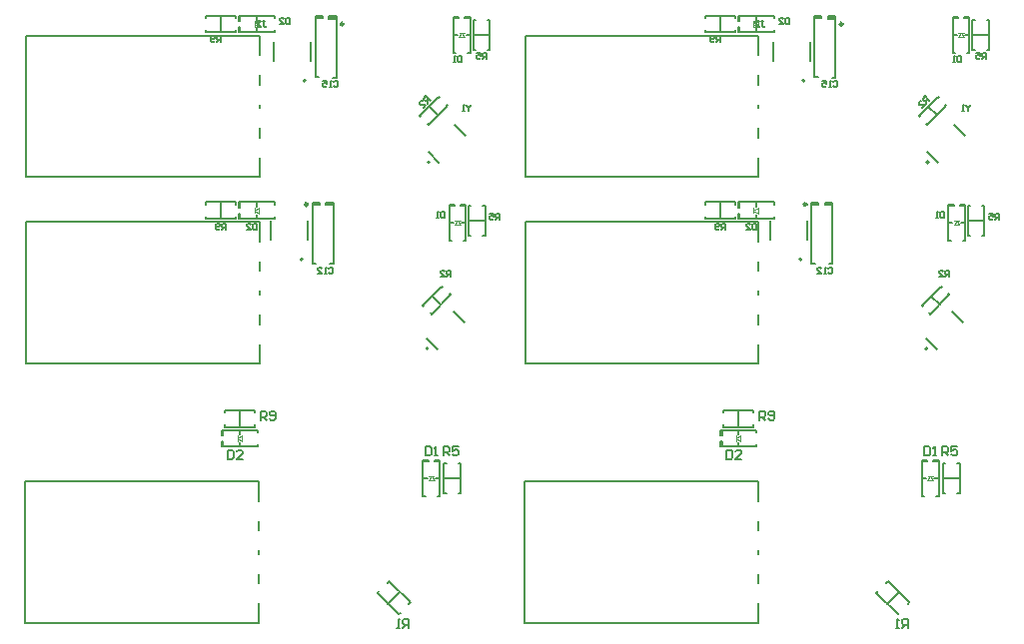
<source format=gbo>
G04*
G04 #@! TF.GenerationSoftware,Altium Limited,Altium Designer,22.10.1 (41)*
G04*
G04 Layer_Color=32896*
%FSTAX24Y24*%
%MOIN*%
G70*
G04*
G04 #@! TF.SameCoordinates,68DEA821-BA8F-46B5-960C-AC53CEFB18E0*
G04*
G04*
G04 #@! TF.FilePolarity,Positive*
G04*
G01*
G75*
%ADD74C,0.0079*%
%ADD75C,0.0098*%
%ADD77C,0.0059*%
%ADD78C,0.0050*%
%ADD79C,0.0060*%
%ADD80R,0.0236X0.0059*%
%ADD81R,0.0236X0.0059*%
%ADD82R,0.0236X0.0059*%
%ADD83R,0.0236X0.0059*%
%ADD84C,0.0039*%
D74*
X007343Y025156D02*
G03*
X007343Y025156I-000039J0D01*
G01*
X011487Y022428D02*
G03*
X011487Y022428I-000039J0D01*
G01*
X007666Y027231D02*
X007902D01*
Y02731D01*
X007666Y025263D02*
X007784D01*
X007666Y02731D02*
X007902D01*
X007666Y025263D02*
Y02731D01*
X008128Y027225D02*
X008364D01*
X008128D02*
Y027304D01*
X008246Y025256D02*
X008364D01*
X008128Y027304D02*
X008364D01*
Y025256D02*
Y027304D01*
X023997Y025156D02*
G03*
X023997Y025156I-000039J0D01*
G01*
X02814Y022428D02*
G03*
X02814Y022428I-000039J0D01*
G01*
X02432Y027231D02*
X024556D01*
Y02731D01*
X02432Y025263D02*
X024438D01*
X02432Y02731D02*
X024556D01*
X02432Y025263D02*
Y02731D01*
X024782Y027225D02*
X025018D01*
X024782D02*
Y027304D01*
X0249Y025256D02*
X025018D01*
X024782Y027304D02*
X025018D01*
Y025256D02*
Y027304D01*
X011437Y016208D02*
G03*
X011437Y016208I-000039J0D01*
G01*
X007243Y019186D02*
G03*
X007243Y019186I-000039J0D01*
G01*
X007566Y021011D02*
X007802D01*
Y02109D01*
X007566Y019042D02*
X007684D01*
X007566Y02109D02*
X007802D01*
X007566Y019042D02*
Y02109D01*
X008028Y021004D02*
X008264D01*
X008028D02*
Y021083D01*
X008146Y019036D02*
X008264D01*
X008028Y021083D02*
X008264D01*
Y019036D02*
Y021083D01*
X02809Y016208D02*
G03*
X02809Y016208I-000039J0D01*
G01*
X023897Y019186D02*
G03*
X023897Y019186I-000039J0D01*
G01*
X02422Y021011D02*
X024456D01*
Y02109D01*
X02422Y019042D02*
X024338D01*
X02422Y02109D02*
X024456D01*
X02422Y019042D02*
Y02109D01*
X024682Y021004D02*
X024918D01*
X024682D02*
Y021083D01*
X0248Y019036D02*
X024918D01*
X024682Y021083D02*
X024918D01*
Y019036D02*
Y021083D01*
D75*
X008609Y027041D02*
G03*
X008609Y027041I-000049J0D01*
G01*
X025263D02*
G03*
X025263Y027041I-000049J0D01*
G01*
X007409Y02102D02*
G03*
X007409Y02102I-000049J0D01*
G01*
X024063D02*
G03*
X024063Y02102I-000049J0D01*
G01*
D77*
X027099Y007339D02*
X027153Y007392D01*
X026392Y008046D02*
X027099Y007339D01*
X026392Y008046D02*
X026446Y008099D01*
X026728Y008382D02*
X026782Y008435D01*
X027489Y007728D01*
X027436Y007675D02*
X027489Y007728D01*
X026746Y007692D02*
X027135Y008082D01*
X021791Y013589D02*
Y01414D01*
X021291Y013589D02*
Y013665D01*
Y013589D02*
X022291D01*
Y013665D01*
Y014065D02*
Y01414D01*
X021291D02*
X022291D01*
X021291Y014065D02*
Y01414D01*
X021791Y013353D02*
Y01349D01*
Y012939D02*
Y013077D01*
X022391Y012939D02*
Y013015D01*
X0212Y012939D02*
X022391D01*
X021241D02*
Y013115D01*
Y013315D02*
Y01349D01*
X0212D02*
X022391Y01349D01*
Y013415D02*
Y01349D01*
X021191Y012939D02*
X021241Y012939D01*
X021191Y012939D02*
X021191Y013115D01*
X021241D01*
X021191Y01349D02*
X021241Y01349D01*
X021191Y013315D02*
Y01349D01*
Y013315D02*
X021241D01*
X028615Y011887D02*
X029166D01*
X028615Y012387D02*
X028691D01*
X028615Y011387D02*
Y012387D01*
Y011387D02*
X028691D01*
X029091D02*
X029166D01*
Y012387D01*
X029091D02*
X029166D01*
X028328Y011887D02*
X028466D01*
X027915D02*
X028053D01*
X027915Y011287D02*
X027991D01*
X027915D02*
Y012478D01*
Y012437D02*
X028091D01*
X028291D02*
X028466D01*
Y011287D02*
Y012478D01*
X028391Y011287D02*
X028466D01*
X027915Y012437D02*
Y012487D01*
X028091D01*
Y012437D02*
Y012487D01*
X028466Y012437D02*
Y012487D01*
X028291D02*
X028466D01*
X028291Y012437D02*
Y012487D01*
X022438Y011127D02*
Y011777D01*
Y010143D02*
Y010458D01*
Y009356D02*
Y009474D01*
Y008372D02*
Y008687D01*
Y007053D02*
Y007702D01*
X014643Y007053D02*
X022438Y007053D01*
X014643Y011777D02*
X022438D01*
X014643Y007053D02*
X014643Y011777D01*
X010446Y007339D02*
X010499Y007392D01*
X009739Y008046D02*
X010446Y007339D01*
X009739Y008046D02*
X009792Y008099D01*
X010075Y008382D02*
X010128Y008435D01*
X010835Y007728D01*
X010782Y007675D02*
X010835Y007728D01*
X010092Y007692D02*
X010482Y008082D01*
X005137Y013589D02*
Y01414D01*
X004637Y013589D02*
Y013665D01*
Y013589D02*
X005637D01*
Y013665D01*
Y014065D02*
Y01414D01*
X004637D02*
X005637D01*
X004637Y014065D02*
Y01414D01*
X005137Y013353D02*
Y01349D01*
Y012939D02*
Y013077D01*
X005737Y012939D02*
Y013015D01*
X004546Y012939D02*
X005737D01*
X004587D02*
Y013115D01*
Y013315D02*
Y01349D01*
X004546D02*
X005737Y01349D01*
Y013415D02*
Y01349D01*
X004537Y012939D02*
X004587Y012939D01*
X004537Y012939D02*
X004537Y013115D01*
X004587D01*
X004537Y01349D02*
X004587Y01349D01*
X004537Y013315D02*
Y01349D01*
Y013315D02*
X004587D01*
X011961Y011887D02*
X012513D01*
X011961Y012387D02*
X012037D01*
X011961Y011387D02*
Y012387D01*
Y011387D02*
X012037D01*
X012437D02*
X012513D01*
Y012387D01*
X012437D02*
X012513D01*
X011675Y011887D02*
X011813D01*
X011261D02*
X011399D01*
X011261Y011287D02*
X011337D01*
X011261D02*
Y012478D01*
Y012437D02*
X011437D01*
X011637D02*
X011813D01*
Y011287D02*
Y012478D01*
X011737Y011287D02*
X011813D01*
X011261Y012437D02*
Y012487D01*
X011437D01*
Y012437D02*
Y012487D01*
X011813Y012437D02*
Y012487D01*
X011637D02*
X011813D01*
X011637Y012437D02*
Y012487D01*
X005785Y011127D02*
Y011777D01*
Y010143D02*
Y010458D01*
Y009356D02*
Y009474D01*
Y008372D02*
Y008687D01*
Y007053D02*
Y007702D01*
X-002011Y007053D02*
X005785Y007053D01*
X-002011Y011777D02*
X005785D01*
X-002011Y007053D02*
X-002011Y011777D01*
X01266Y027241D02*
Y027291D01*
X012836D01*
Y027241D02*
Y027291D01*
X01246Y027241D02*
Y027291D01*
X012284D02*
X01246D01*
X012284Y027241D02*
Y027291D01*
X01276Y026091D02*
X012836D01*
Y027281D01*
X01266Y027241D02*
X012836D01*
X012284D02*
X01246D01*
X012284Y026091D02*
Y027281D01*
Y026091D02*
X01236D01*
X012284Y026691D02*
X012422D01*
X012698D02*
X012836D01*
X012034Y024353D02*
X01207Y024317D01*
X011433Y023681D02*
X01207Y024317D01*
X011398Y023716D02*
X011433Y023681D01*
X01115Y023964D02*
X011186Y023928D01*
X01115Y023964D02*
X011787Y0246D01*
X011822Y024565D01*
X011468Y024282D02*
X011751Y023999D01*
X00451Y026765D02*
Y027316D01*
X00501Y027241D02*
Y027316D01*
X00401D02*
X00501D01*
X00401Y027241D02*
Y027316D01*
Y026765D02*
Y026841D01*
Y026765D02*
X00501D01*
Y026841D01*
X00571Y027178D02*
Y027316D01*
Y026765D02*
Y026903D01*
X00631Y026765D02*
Y026841D01*
X005119Y026765D02*
X00631D01*
X00516D02*
Y026941D01*
Y027141D02*
Y027316D01*
X005119D02*
X00631D01*
Y027241D02*
Y027316D01*
X00511Y026765D02*
X00516D01*
X00511D02*
Y026941D01*
X00516D01*
X00511Y027316D02*
X00516D01*
X00511Y027141D02*
Y027316D01*
Y027141D02*
X00516D01*
X012934Y026691D02*
X013486D01*
X012934Y027191D02*
X01301D01*
X012934Y026191D02*
Y027191D01*
Y026191D02*
X01301D01*
X01341D02*
X013486D01*
Y027191D01*
X01341D02*
X013486D01*
X005808Y026003D02*
Y026653D01*
Y025019D02*
Y025334D01*
Y024231D02*
Y02435D01*
Y023247D02*
Y023562D01*
Y021928D02*
Y022578D01*
X-001988Y021928D02*
X005808Y021928D01*
X-001988Y026653D02*
X005808D01*
X-001988Y021928D02*
X-001988Y026653D01*
X029313Y027241D02*
Y027291D01*
X029489D01*
Y027241D02*
Y027291D01*
X029113Y027241D02*
Y027291D01*
X028938D02*
X029113D01*
X028938Y027241D02*
Y027291D01*
X029413Y026091D02*
X029489D01*
Y027281D01*
X029313Y027241D02*
X029489D01*
X028938D02*
X029113D01*
X028938Y026091D02*
Y027281D01*
Y026091D02*
X029013D01*
X028938Y026691D02*
X029076D01*
X029351D02*
X029489D01*
X028688Y024353D02*
X028723Y024317D01*
X028087Y023681D02*
X028723Y024317D01*
X028051Y023716D02*
X028087Y023681D01*
X027804Y023964D02*
X027839Y023928D01*
X027804Y023964D02*
X02844Y0246D01*
X028476Y024565D01*
X028122Y024282D02*
X028405Y023999D01*
X021163Y026765D02*
Y027316D01*
X021663Y027241D02*
Y027316D01*
X020663D02*
X021663D01*
X020663Y027241D02*
Y027316D01*
Y026765D02*
Y026841D01*
Y026765D02*
X021663D01*
Y026841D01*
X022363Y027178D02*
Y027316D01*
Y026765D02*
Y026903D01*
X022963Y026765D02*
Y026841D01*
X021773Y026765D02*
X022963D01*
X021813D02*
Y026941D01*
Y027141D02*
Y027316D01*
X021773D02*
X022963D01*
Y027241D02*
Y027316D01*
X021763Y026765D02*
X021813D01*
X021763D02*
Y026941D01*
X021813D01*
X021763Y027316D02*
X021813D01*
X021763Y027141D02*
Y027316D01*
Y027141D02*
X021813D01*
X029588Y026691D02*
X030139D01*
X029588Y027191D02*
X029663D01*
X029588Y026191D02*
Y027191D01*
Y026191D02*
X029663D01*
X030063D02*
X030139D01*
Y027191D01*
X030063D02*
X030139D01*
X022461Y026003D02*
Y026653D01*
Y025019D02*
Y025334D01*
Y024231D02*
Y02435D01*
Y023247D02*
Y023562D01*
Y021928D02*
Y022578D01*
X014666Y021928D02*
X022461Y021928D01*
X014666Y026653D02*
X022461D01*
X014666Y021928D02*
X014666Y026653D01*
X012784Y02047D02*
X013336D01*
X012784Y02097D02*
X01286D01*
X012784Y01997D02*
Y02097D01*
Y01997D02*
X01286D01*
X01326D02*
X013336D01*
Y02097D01*
X01326D02*
X013336D01*
X00511Y02092D02*
X00516D01*
X00511D02*
Y021096D01*
X00516D01*
X00511Y02072D02*
X00516D01*
X00511Y020544D02*
Y02072D01*
Y020544D02*
X00516D01*
X00631Y02102D02*
X00631Y021096D01*
X005119D02*
X00631D01*
X00516Y02092D02*
Y021096D01*
Y020544D02*
Y02072D01*
X005119Y020544D02*
X00631D01*
X00631Y02062D02*
X00631Y020544D01*
X00571D02*
Y020682D01*
Y020958D02*
Y021096D01*
X00501Y020544D02*
Y02062D01*
X00401Y020544D02*
X00501D01*
X00401D02*
Y02062D01*
Y02102D02*
Y021096D01*
X00501D01*
Y02102D02*
Y021096D01*
X00451Y020544D02*
Y021096D01*
X011568Y017961D02*
X011851Y017679D01*
X011887Y01828D02*
X011922Y018244D01*
X01125Y017643D02*
X011887Y01828D01*
X01125Y017643D02*
X011286Y017608D01*
X011498Y017396D02*
X011533Y01736D01*
X01217Y017997D01*
X012134Y018032D02*
X01217Y017997D01*
X01251Y02102D02*
X01251Y02097D01*
X01251Y02102D02*
X012686D01*
X012686Y02097D01*
X01231Y02102D02*
X01231Y02097D01*
X012134Y02102D02*
X01231Y02102D01*
X012134Y02097D02*
X012134Y02102D01*
X01261Y01982D02*
X012686D01*
X012686Y021011D01*
X01251Y02097D02*
X012686D01*
X012134D02*
X01231D01*
X012134Y021011D02*
X012134Y01982D01*
X01221Y01982D01*
X012134Y02042D02*
X012272D01*
X012548D02*
X012686D01*
X-001988Y015708D02*
X-001988Y020432D01*
X005808D01*
X-001988Y015708D02*
X005808Y015708D01*
X005808Y015708D02*
Y016357D01*
Y017027D02*
Y017342D01*
Y018011D02*
Y018129D01*
Y018798D02*
Y019113D01*
Y019783D02*
Y020432D01*
X029438Y02047D02*
X029989D01*
X029438Y02097D02*
X029513D01*
X029438Y01997D02*
Y02097D01*
Y01997D02*
X029513D01*
X029913D02*
X029989D01*
Y02097D01*
X029913D02*
X029989D01*
X021763Y02092D02*
X021813D01*
X021763D02*
Y021096D01*
X021813D01*
X021763Y02072D02*
X021813D01*
X021763Y020544D02*
Y02072D01*
Y020544D02*
X021813D01*
X022963Y02102D02*
X022963Y021096D01*
X021773D02*
X022963D01*
X021813Y02092D02*
Y021096D01*
Y020544D02*
Y02072D01*
X021773Y020544D02*
X022963D01*
X022963Y02062D02*
X022963Y020544D01*
X022363D02*
Y020682D01*
Y020958D02*
Y021096D01*
X021663Y020544D02*
Y02062D01*
X020663Y020544D02*
X021663D01*
X020663D02*
Y02062D01*
Y02102D02*
Y021096D01*
X021663D01*
Y02102D02*
Y021096D01*
X021163Y020544D02*
Y021096D01*
X028222Y017961D02*
X028505Y017679D01*
X02854Y01828D02*
X028576Y018244D01*
X027904Y017643D02*
X02854Y01828D01*
X027904Y017643D02*
X027939Y017608D01*
X028151Y017396D02*
X028187Y01736D01*
X028823Y017997D01*
X028788Y018032D02*
X028823Y017997D01*
X029163Y02102D02*
X029163Y02097D01*
X029163Y02102D02*
X029339D01*
X029339Y02097D01*
X028963Y02102D02*
X028963Y02097D01*
X028788Y02102D02*
X028963Y02102D01*
X028788Y02097D02*
X028788Y02102D01*
X029263Y01982D02*
X029339D01*
X029339Y021011D01*
X029163Y02097D02*
X029339D01*
X028788D02*
X028963D01*
X028788Y021011D02*
X028788Y01982D01*
X028863Y01982D01*
X028788Y02042D02*
X028926D01*
X029201D02*
X029339D01*
X014666Y015708D02*
X014666Y020432D01*
X022461D01*
X014666Y015708D02*
X022461Y015708D01*
X022461Y015708D02*
Y016357D01*
Y017027D02*
Y017342D01*
Y018011D02*
Y018129D01*
Y018798D02*
Y019113D01*
Y019783D02*
Y020432D01*
D78*
X006294Y025826D02*
Y026456D01*
X007525Y025826D02*
Y026456D01*
X012324Y023667D02*
X012686Y023305D01*
X011434Y022776D02*
X011795Y022414D01*
X022948Y025826D02*
Y026456D01*
X024179Y025826D02*
Y026456D01*
X028978Y023667D02*
X02934Y023305D01*
X028087Y022776D02*
X028449Y022414D01*
X012274Y017446D02*
X012636Y017085D01*
X011384Y016556D02*
X011745Y016194D01*
X006194Y019855D02*
Y020485D01*
X007425Y019855D02*
Y020485D01*
X028928Y017446D02*
X02929Y017085D01*
X028037Y016556D02*
X028399Y016194D01*
X022848Y019855D02*
Y020485D01*
X024079Y019855D02*
Y020485D01*
D79*
X022491Y013815D02*
Y014115D01*
X022641D01*
X022691Y014065D01*
Y013965D01*
X022641Y013915D01*
X022491D01*
X022591D02*
X022691Y013815D01*
X022791Y013865D02*
X022841Y013815D01*
X02294D01*
X02299Y013865D01*
Y014065D01*
X02294Y014115D01*
X022841D01*
X022791Y014065D01*
Y014015D01*
X022841Y013965D01*
X02299D01*
X028591Y012637D02*
Y012937D01*
X028741D01*
X028791Y012887D01*
Y012787D01*
X028741Y012737D01*
X028591D01*
X028691D02*
X028791Y012637D01*
X02909Y012937D02*
X028891D01*
Y012787D01*
X02899Y012837D01*
X02904D01*
X02909Y012787D01*
Y012687D01*
X02904Y012637D01*
X028941D01*
X028891Y012687D01*
X02744Y006887D02*
Y007187D01*
X027291D01*
X027241Y007137D01*
Y007037D01*
X027291Y006987D01*
X02744D01*
X027341D02*
X027241Y006887D01*
X027141D02*
X027041D01*
X027091D01*
Y007187D01*
X027141Y007137D01*
X021386Y012815D02*
Y012515D01*
X021535D01*
X021585Y012565D01*
Y012765D01*
X021535Y012815D01*
X021386D01*
X021885Y012515D02*
X021685D01*
X021885Y012715D01*
Y012765D01*
X021835Y012815D01*
X021735D01*
X021685Y012765D01*
X027991Y012937D02*
Y012637D01*
X028141D01*
X028191Y012687D01*
Y012887D01*
X028141Y012937D01*
X027991D01*
X028291Y012637D02*
X02839D01*
X02834D01*
Y012937D01*
X028291Y012887D01*
X005837Y013815D02*
Y014115D01*
X005987D01*
X006037Y014065D01*
Y013965D01*
X005987Y013915D01*
X005837D01*
X005937D02*
X006037Y013815D01*
X006137Y013865D02*
X006187Y013815D01*
X006287D01*
X006337Y013865D01*
Y014065D01*
X006287Y014115D01*
X006187D01*
X006137Y014065D01*
Y014015D01*
X006187Y013965D01*
X006337D01*
X011937Y012637D02*
Y012937D01*
X012087D01*
X012137Y012887D01*
Y012787D01*
X012087Y012737D01*
X011937D01*
X012037D02*
X012137Y012637D01*
X012437Y012937D02*
X012237D01*
Y012787D01*
X012337Y012837D01*
X012387D01*
X012437Y012787D01*
Y012687D01*
X012387Y012637D01*
X012287D01*
X012237Y012687D01*
X010787Y006887D02*
Y007187D01*
X010637D01*
X010587Y007137D01*
Y007037D01*
X010637Y006987D01*
X010787D01*
X010687D02*
X010587Y006887D01*
X010487D02*
X010387D01*
X010437D01*
Y007187D01*
X010487Y007137D01*
X004732Y012815D02*
Y012515D01*
X004882D01*
X004932Y012565D01*
Y012765D01*
X004882Y012815D01*
X004732D01*
X005232Y012515D02*
X005032D01*
X005232Y012715D01*
Y012765D01*
X005182Y012815D01*
X005082D01*
X005032Y012765D01*
X011337Y012937D02*
Y012637D01*
X011487D01*
X011537Y012687D01*
Y012887D01*
X011487Y012937D01*
X011337D01*
X011637Y012637D02*
X011737D01*
X011687D01*
Y012937D01*
X011637Y012887D01*
X01286Y02436D02*
Y024327D01*
X012793Y02426D01*
X012727Y024327D01*
Y02436D01*
X012793Y02426D02*
Y024161D01*
X01266D02*
X012593D01*
X012627D01*
Y02436D01*
X01266Y024327D01*
X004527Y026441D02*
Y026641D01*
X004427D01*
X004393Y026607D01*
Y026541D01*
X004427Y026507D01*
X004527D01*
X00446D02*
X004393Y026441D01*
X004327Y026474D02*
X004293Y026441D01*
X004227D01*
X004193Y026474D01*
Y026607D01*
X004227Y026641D01*
X004293D01*
X004327Y026607D01*
Y026574D01*
X004293Y026541D01*
X004193D01*
X013377Y025891D02*
Y026091D01*
X013277D01*
X013243Y026057D01*
Y025991D01*
X013277Y025957D01*
X013377D01*
X01331D02*
X013243Y025891D01*
X013043Y026091D02*
X013177D01*
Y025991D01*
X01311Y026024D01*
X013077D01*
X013043Y025991D01*
Y025924D01*
X013077Y025891D01*
X013143D01*
X013177Y025924D01*
X011498Y024488D02*
X011357Y024629D01*
X011286Y024558D01*
Y024511D01*
X011333Y024464D01*
X011381Y024464D01*
X011451Y024535D01*
X011404Y024488D02*
Y024393D01*
X011263Y024252D02*
X011357Y024346D01*
X011169D01*
X011145Y02437D01*
Y024417D01*
X011192Y024464D01*
X011239Y024464D01*
X005907Y02714D02*
X005973D01*
X00594D01*
Y026974D01*
X005973Y026941D01*
X006007D01*
X00604Y026974D01*
X005707Y026941D02*
X00584D01*
X005707Y027074D01*
Y027107D01*
X00574Y02714D01*
X005807D01*
X00584Y027107D01*
X006827Y027241D02*
Y027041D01*
X006727D01*
X006693Y027074D01*
Y027207D01*
X006727Y027241D01*
X006827D01*
X006493Y027041D02*
X006627D01*
X006493Y027174D01*
Y027207D01*
X006527Y027241D01*
X006593D01*
X006627Y027207D01*
X012543Y025991D02*
Y025791D01*
X012443D01*
X01241Y025824D01*
Y025957D01*
X012443Y025991D01*
X012543D01*
X012343Y025791D02*
X012277D01*
X01231D01*
Y025991D01*
X012343Y025957D01*
X008277Y025107D02*
X00831Y025141D01*
X008377D01*
X00841Y025107D01*
Y024974D01*
X008377Y024941D01*
X00831D01*
X008277Y024974D01*
X00821Y024941D02*
X008143D01*
X008177D01*
Y025141D01*
X00821Y025107D01*
X00791Y025141D02*
X008043D01*
Y025041D01*
X007977Y025074D01*
X007943D01*
X00791Y025041D01*
Y024974D01*
X007943Y024941D01*
X00801D01*
X008043Y024974D01*
X029513Y02436D02*
Y024327D01*
X029447Y02426D01*
X02938Y024327D01*
Y02436D01*
X029447Y02426D02*
Y024161D01*
X029314D02*
X029247D01*
X02928D01*
Y02436D01*
X029314Y024327D01*
X02118Y026441D02*
Y026641D01*
X02108D01*
X021047Y026607D01*
Y026541D01*
X02108Y026507D01*
X02118D01*
X021113D02*
X021047Y026441D01*
X02098Y026474D02*
X020947Y026441D01*
X02088D01*
X020847Y026474D01*
Y026607D01*
X02088Y026641D01*
X020947D01*
X02098Y026607D01*
Y026574D01*
X020947Y026541D01*
X020847D01*
X03003Y025891D02*
Y026091D01*
X02993D01*
X029897Y026057D01*
Y025991D01*
X02993Y025957D01*
X03003D01*
X029963D02*
X029897Y025891D01*
X029697Y026091D02*
X02983D01*
Y025991D01*
X029763Y026024D01*
X02973D01*
X029697Y025991D01*
Y025924D01*
X02973Y025891D01*
X029797D01*
X02983Y025924D01*
X028152Y024488D02*
X028011Y024629D01*
X02794Y024558D01*
Y024511D01*
X027987Y024464D01*
X028034Y024464D01*
X028105Y024535D01*
X028058Y024488D02*
Y024393D01*
X027916Y024252D02*
X028011Y024346D01*
X027822D01*
X027799Y02437D01*
Y024417D01*
X027846Y024464D01*
X027893Y024464D01*
X02256Y02714D02*
X022627D01*
X022593D01*
Y026974D01*
X022627Y026941D01*
X02266D01*
X022693Y026974D01*
X02236Y026941D02*
X022494D01*
X02236Y027074D01*
Y027107D01*
X022394Y02714D01*
X02246D01*
X022494Y027107D01*
X02348Y027241D02*
Y027041D01*
X02338D01*
X023347Y027074D01*
Y027207D01*
X02338Y027241D01*
X02348D01*
X023147Y027041D02*
X02328D01*
X023147Y027174D01*
Y027207D01*
X02318Y027241D01*
X023247D01*
X02328Y027207D01*
X029197Y025991D02*
Y025791D01*
X029097D01*
X029063Y025824D01*
Y025957D01*
X029097Y025991D01*
X029197D01*
X028997Y025791D02*
X02893D01*
X028963D01*
Y025991D01*
X028997Y025957D01*
X02493Y025107D02*
X024963Y025141D01*
X02503D01*
X025063Y025107D01*
Y024974D01*
X02503Y024941D01*
X024963D01*
X02493Y024974D01*
X024863Y024941D02*
X024797D01*
X02483D01*
Y025141D01*
X024863Y025107D01*
X024564Y025141D02*
X024697D01*
Y025041D01*
X02463Y025074D01*
X024597D01*
X024564Y025041D01*
Y024974D01*
X024597Y024941D01*
X024664D01*
X024697Y024974D01*
X004677Y02017D02*
Y02037D01*
X004577D01*
X004543Y020337D01*
Y02027D01*
X004577Y020237D01*
X004677D01*
X00461D02*
X004543Y02017D01*
X004477Y020203D02*
X004443Y02017D01*
X004377D01*
X004343Y020203D01*
Y020337D01*
X004377Y02037D01*
X004443D01*
X004477Y020337D01*
Y020303D01*
X004443Y02027D01*
X004343D01*
X013827Y02052D02*
Y02072D01*
X013727D01*
X013693Y020687D01*
Y02062D01*
X013727Y020587D01*
X013827D01*
X01376D02*
X013693Y02052D01*
X013493Y02072D02*
X013627D01*
Y02062D01*
X01356Y020653D01*
X013527D01*
X013493Y02062D01*
Y020553D01*
X013527Y02052D01*
X013593D01*
X013627Y020553D01*
X01217Y0186D02*
Y0188D01*
X01207D01*
X012037Y018767D01*
Y0187D01*
X01207Y018667D01*
X01217D01*
X012103D02*
X012037Y0186D01*
X011837D02*
X01197D01*
X011837Y018733D01*
Y018767D01*
X01187Y0188D01*
X011937D01*
X01197Y018767D01*
X005727Y02037D02*
Y02017D01*
X005627D01*
X005593Y020203D01*
Y020337D01*
X005627Y02037D01*
X005727D01*
X005393Y02017D02*
X005527D01*
X005393Y020303D01*
Y020337D01*
X005427Y02037D01*
X005493D01*
X005527Y020337D01*
X011993Y02077D02*
Y02057D01*
X011893D01*
X01186Y020603D01*
Y020737D01*
X011893Y02077D01*
X011993D01*
X011793Y02057D02*
X011727D01*
X01176D01*
Y02077D01*
X011793Y020737D01*
X008127Y018887D02*
X00816Y01892D01*
X008227D01*
X00826Y018887D01*
Y018753D01*
X008227Y01872D01*
X00816D01*
X008127Y018753D01*
X00806Y01872D02*
X007993D01*
X008027D01*
Y01892D01*
X00806Y018887D01*
X00776Y01872D02*
X007893D01*
X00776Y018853D01*
Y018887D01*
X007793Y01892D01*
X00786D01*
X007893Y018887D01*
X02133Y02017D02*
Y02037D01*
X02123D01*
X021197Y020337D01*
Y02027D01*
X02123Y020237D01*
X02133D01*
X021263D02*
X021197Y02017D01*
X02113Y020203D02*
X021097Y02017D01*
X02103D01*
X020997Y020203D01*
Y020337D01*
X02103Y02037D01*
X021097D01*
X02113Y020337D01*
Y020303D01*
X021097Y02027D01*
X020997D01*
X03048Y02052D02*
Y02072D01*
X03038D01*
X030347Y020687D01*
Y02062D01*
X03038Y020587D01*
X03048D01*
X030413D02*
X030347Y02052D01*
X030147Y02072D02*
X03028D01*
Y02062D01*
X030213Y020653D01*
X03018D01*
X030147Y02062D01*
Y020553D01*
X03018Y02052D01*
X030247D01*
X03028Y020553D01*
X028823Y0186D02*
Y0188D01*
X028723D01*
X02869Y018767D01*
Y0187D01*
X028723Y018667D01*
X028823D01*
X028757D02*
X02869Y0186D01*
X02849D02*
X028624D01*
X02849Y018733D01*
Y018767D01*
X028524Y0188D01*
X02859D01*
X028624Y018767D01*
X02238Y02037D02*
Y02017D01*
X02228D01*
X022247Y020203D01*
Y020337D01*
X02228Y02037D01*
X02238D01*
X022047Y02017D02*
X02218D01*
X022047Y020303D01*
Y020337D01*
X02208Y02037D01*
X022147D01*
X02218Y020337D01*
X028647Y02077D02*
Y02057D01*
X028547D01*
X028513Y020603D01*
Y020737D01*
X028547Y02077D01*
X028647D01*
X028447Y02057D02*
X02838D01*
X028413D01*
Y02077D01*
X028447Y020737D01*
X02478Y018887D02*
X024813Y01892D01*
X02488D01*
X024913Y018887D01*
Y018753D01*
X02488Y01872D01*
X024813D01*
X02478Y018753D01*
X024713Y01872D02*
X024647D01*
X02468D01*
Y01892D01*
X024713Y018887D01*
X024414Y01872D02*
X024547D01*
X024414Y018853D01*
Y018887D01*
X024447Y01892D01*
X024514D01*
X024547Y018887D01*
D80*
X0249Y027274D02*
D03*
X024338Y02106D02*
D03*
D81*
X024438Y027281D02*
D03*
X0248Y021054D02*
D03*
D82*
X008246Y027274D02*
D03*
X007684Y02106D02*
D03*
D83*
X007784Y027281D02*
D03*
X008146Y021054D02*
D03*
D84*
X021722Y013215D02*
X021859Y013116D01*
Y013215D01*
X021722Y013126D02*
Y013215D01*
Y013303D01*
X021859Y013215D02*
Y013313D01*
X021722Y013215D02*
X021859Y013313D01*
X028092Y011818D02*
X028191Y011956D01*
X028092Y011818D02*
X028191D01*
X028102Y011956D02*
X028191D01*
X028279D01*
X028191Y011818D02*
X028289D01*
X028191Y011956D02*
X028289Y011818D01*
X005068Y013215D02*
X005206Y013116D01*
Y013215D01*
X005068Y013126D02*
Y013215D01*
Y013303D01*
X005206Y013215D02*
Y013313D01*
X005068Y013215D02*
X005206Y013313D01*
X011439Y011818D02*
X011537Y011956D01*
X011439Y011818D02*
X011537D01*
X011448Y011956D02*
X011537D01*
X011626D01*
X011537Y011818D02*
X011635D01*
X011537Y011956D02*
X011635Y011818D01*
X01256Y026759D02*
X012658Y026622D01*
X01256D02*
X012658D01*
X01256Y026759D02*
X012649D01*
X012471D02*
X01256D01*
X012461Y026622D02*
X01256D01*
X012461D02*
X01256Y026759D01*
X005641Y027041D02*
X005779Y026942D01*
Y027041D01*
X005641Y026952D02*
Y027041D01*
Y027129D01*
X005779Y027041D02*
Y027139D01*
X005641Y027041D02*
X005779Y027139D01*
X029213Y026759D02*
X029312Y026622D01*
X029213D02*
X029312D01*
X029213Y026759D02*
X029302D01*
X029125D02*
X029213D01*
X029115Y026622D02*
X029213D01*
X029115D02*
X029213Y026759D01*
X022295Y027041D02*
X022432Y026942D01*
Y027041D01*
X022295Y026952D02*
Y027041D01*
Y027129D01*
X022432Y027041D02*
Y027139D01*
X022295Y027041D02*
X022432Y027139D01*
X005641Y02082D02*
X005779Y020918D01*
Y02082D02*
Y020918D01*
X005641Y020909D02*
X005641Y02082D01*
X005641Y020731D02*
X005641Y02082D01*
X005779Y020722D02*
Y02082D01*
X005641D02*
X005779Y020722D01*
X01241Y020489D02*
X012508Y020351D01*
X01241D02*
X012508D01*
X01241Y020489D02*
X012499D01*
X012321D02*
X01241D01*
X012311Y020351D02*
X01241D01*
X012311D02*
X01241Y020489D01*
X022295Y02082D02*
X022432Y020918D01*
Y02082D02*
Y020918D01*
X022295Y020909D02*
X022295Y02082D01*
X022295Y020731D02*
X022295Y02082D01*
X022432Y020722D02*
Y02082D01*
X022295D02*
X022432Y020722D01*
X029063Y020489D02*
X029162Y020351D01*
X029063D02*
X029162D01*
X029063Y020489D02*
X029152D01*
X028975D02*
X029063D01*
X028965Y020351D02*
X029063D01*
X028965D02*
X029063Y020489D01*
M02*

</source>
